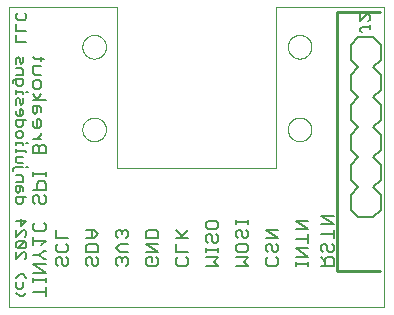
<source format=gbo>
G75*
%MOIN*%
%OFA0B0*%
%FSLAX25Y25*%
%IPPOS*%
%LPD*%
%AMOC8*
5,1,8,0,0,1.08239X$1,22.5*
%
%ADD10C,0.00000*%
%ADD11C,0.00800*%
%ADD12C,0.00600*%
%ADD13C,0.01000*%
D10*
X0001643Y0001500D02*
X0001643Y0101500D01*
X0037643Y0101500D01*
X0037643Y0048000D01*
X0090643Y0048000D01*
X0090643Y0101500D01*
X0126643Y0101500D01*
X0126643Y0001500D01*
X0001643Y0001500D01*
X0025956Y0060850D02*
X0025958Y0060975D01*
X0025964Y0061100D01*
X0025974Y0061224D01*
X0025988Y0061348D01*
X0026005Y0061472D01*
X0026027Y0061595D01*
X0026053Y0061717D01*
X0026082Y0061839D01*
X0026115Y0061959D01*
X0026153Y0062078D01*
X0026193Y0062197D01*
X0026238Y0062313D01*
X0026286Y0062428D01*
X0026338Y0062542D01*
X0026394Y0062654D01*
X0026453Y0062764D01*
X0026515Y0062872D01*
X0026581Y0062979D01*
X0026650Y0063083D01*
X0026723Y0063184D01*
X0026798Y0063284D01*
X0026877Y0063381D01*
X0026959Y0063475D01*
X0027044Y0063567D01*
X0027131Y0063656D01*
X0027222Y0063742D01*
X0027315Y0063825D01*
X0027411Y0063906D01*
X0027509Y0063983D01*
X0027609Y0064057D01*
X0027712Y0064128D01*
X0027817Y0064195D01*
X0027925Y0064260D01*
X0028034Y0064320D01*
X0028145Y0064378D01*
X0028258Y0064431D01*
X0028372Y0064481D01*
X0028488Y0064528D01*
X0028605Y0064570D01*
X0028724Y0064609D01*
X0028844Y0064645D01*
X0028965Y0064676D01*
X0029087Y0064704D01*
X0029209Y0064727D01*
X0029333Y0064747D01*
X0029457Y0064763D01*
X0029581Y0064775D01*
X0029706Y0064783D01*
X0029831Y0064787D01*
X0029955Y0064787D01*
X0030080Y0064783D01*
X0030205Y0064775D01*
X0030329Y0064763D01*
X0030453Y0064747D01*
X0030577Y0064727D01*
X0030699Y0064704D01*
X0030821Y0064676D01*
X0030942Y0064645D01*
X0031062Y0064609D01*
X0031181Y0064570D01*
X0031298Y0064528D01*
X0031414Y0064481D01*
X0031528Y0064431D01*
X0031641Y0064378D01*
X0031752Y0064320D01*
X0031862Y0064260D01*
X0031969Y0064195D01*
X0032074Y0064128D01*
X0032177Y0064057D01*
X0032277Y0063983D01*
X0032375Y0063906D01*
X0032471Y0063825D01*
X0032564Y0063742D01*
X0032655Y0063656D01*
X0032742Y0063567D01*
X0032827Y0063475D01*
X0032909Y0063381D01*
X0032988Y0063284D01*
X0033063Y0063184D01*
X0033136Y0063083D01*
X0033205Y0062979D01*
X0033271Y0062872D01*
X0033333Y0062764D01*
X0033392Y0062654D01*
X0033448Y0062542D01*
X0033500Y0062428D01*
X0033548Y0062313D01*
X0033593Y0062197D01*
X0033633Y0062078D01*
X0033671Y0061959D01*
X0033704Y0061839D01*
X0033733Y0061717D01*
X0033759Y0061595D01*
X0033781Y0061472D01*
X0033798Y0061348D01*
X0033812Y0061224D01*
X0033822Y0061100D01*
X0033828Y0060975D01*
X0033830Y0060850D01*
X0033828Y0060725D01*
X0033822Y0060600D01*
X0033812Y0060476D01*
X0033798Y0060352D01*
X0033781Y0060228D01*
X0033759Y0060105D01*
X0033733Y0059983D01*
X0033704Y0059861D01*
X0033671Y0059741D01*
X0033633Y0059622D01*
X0033593Y0059503D01*
X0033548Y0059387D01*
X0033500Y0059272D01*
X0033448Y0059158D01*
X0033392Y0059046D01*
X0033333Y0058936D01*
X0033271Y0058828D01*
X0033205Y0058721D01*
X0033136Y0058617D01*
X0033063Y0058516D01*
X0032988Y0058416D01*
X0032909Y0058319D01*
X0032827Y0058225D01*
X0032742Y0058133D01*
X0032655Y0058044D01*
X0032564Y0057958D01*
X0032471Y0057875D01*
X0032375Y0057794D01*
X0032277Y0057717D01*
X0032177Y0057643D01*
X0032074Y0057572D01*
X0031969Y0057505D01*
X0031861Y0057440D01*
X0031752Y0057380D01*
X0031641Y0057322D01*
X0031528Y0057269D01*
X0031414Y0057219D01*
X0031298Y0057172D01*
X0031181Y0057130D01*
X0031062Y0057091D01*
X0030942Y0057055D01*
X0030821Y0057024D01*
X0030699Y0056996D01*
X0030577Y0056973D01*
X0030453Y0056953D01*
X0030329Y0056937D01*
X0030205Y0056925D01*
X0030080Y0056917D01*
X0029955Y0056913D01*
X0029831Y0056913D01*
X0029706Y0056917D01*
X0029581Y0056925D01*
X0029457Y0056937D01*
X0029333Y0056953D01*
X0029209Y0056973D01*
X0029087Y0056996D01*
X0028965Y0057024D01*
X0028844Y0057055D01*
X0028724Y0057091D01*
X0028605Y0057130D01*
X0028488Y0057172D01*
X0028372Y0057219D01*
X0028258Y0057269D01*
X0028145Y0057322D01*
X0028034Y0057380D01*
X0027924Y0057440D01*
X0027817Y0057505D01*
X0027712Y0057572D01*
X0027609Y0057643D01*
X0027509Y0057717D01*
X0027411Y0057794D01*
X0027315Y0057875D01*
X0027222Y0057958D01*
X0027131Y0058044D01*
X0027044Y0058133D01*
X0026959Y0058225D01*
X0026877Y0058319D01*
X0026798Y0058416D01*
X0026723Y0058516D01*
X0026650Y0058617D01*
X0026581Y0058721D01*
X0026515Y0058828D01*
X0026453Y0058936D01*
X0026394Y0059046D01*
X0026338Y0059158D01*
X0026286Y0059272D01*
X0026238Y0059387D01*
X0026193Y0059503D01*
X0026153Y0059622D01*
X0026115Y0059741D01*
X0026082Y0059861D01*
X0026053Y0059983D01*
X0026027Y0060105D01*
X0026005Y0060228D01*
X0025988Y0060352D01*
X0025974Y0060476D01*
X0025964Y0060600D01*
X0025958Y0060725D01*
X0025956Y0060850D01*
X0025956Y0088410D02*
X0025958Y0088535D01*
X0025964Y0088660D01*
X0025974Y0088784D01*
X0025988Y0088908D01*
X0026005Y0089032D01*
X0026027Y0089155D01*
X0026053Y0089277D01*
X0026082Y0089399D01*
X0026115Y0089519D01*
X0026153Y0089638D01*
X0026193Y0089757D01*
X0026238Y0089873D01*
X0026286Y0089988D01*
X0026338Y0090102D01*
X0026394Y0090214D01*
X0026453Y0090324D01*
X0026515Y0090432D01*
X0026581Y0090539D01*
X0026650Y0090643D01*
X0026723Y0090744D01*
X0026798Y0090844D01*
X0026877Y0090941D01*
X0026959Y0091035D01*
X0027044Y0091127D01*
X0027131Y0091216D01*
X0027222Y0091302D01*
X0027315Y0091385D01*
X0027411Y0091466D01*
X0027509Y0091543D01*
X0027609Y0091617D01*
X0027712Y0091688D01*
X0027817Y0091755D01*
X0027925Y0091820D01*
X0028034Y0091880D01*
X0028145Y0091938D01*
X0028258Y0091991D01*
X0028372Y0092041D01*
X0028488Y0092088D01*
X0028605Y0092130D01*
X0028724Y0092169D01*
X0028844Y0092205D01*
X0028965Y0092236D01*
X0029087Y0092264D01*
X0029209Y0092287D01*
X0029333Y0092307D01*
X0029457Y0092323D01*
X0029581Y0092335D01*
X0029706Y0092343D01*
X0029831Y0092347D01*
X0029955Y0092347D01*
X0030080Y0092343D01*
X0030205Y0092335D01*
X0030329Y0092323D01*
X0030453Y0092307D01*
X0030577Y0092287D01*
X0030699Y0092264D01*
X0030821Y0092236D01*
X0030942Y0092205D01*
X0031062Y0092169D01*
X0031181Y0092130D01*
X0031298Y0092088D01*
X0031414Y0092041D01*
X0031528Y0091991D01*
X0031641Y0091938D01*
X0031752Y0091880D01*
X0031862Y0091820D01*
X0031969Y0091755D01*
X0032074Y0091688D01*
X0032177Y0091617D01*
X0032277Y0091543D01*
X0032375Y0091466D01*
X0032471Y0091385D01*
X0032564Y0091302D01*
X0032655Y0091216D01*
X0032742Y0091127D01*
X0032827Y0091035D01*
X0032909Y0090941D01*
X0032988Y0090844D01*
X0033063Y0090744D01*
X0033136Y0090643D01*
X0033205Y0090539D01*
X0033271Y0090432D01*
X0033333Y0090324D01*
X0033392Y0090214D01*
X0033448Y0090102D01*
X0033500Y0089988D01*
X0033548Y0089873D01*
X0033593Y0089757D01*
X0033633Y0089638D01*
X0033671Y0089519D01*
X0033704Y0089399D01*
X0033733Y0089277D01*
X0033759Y0089155D01*
X0033781Y0089032D01*
X0033798Y0088908D01*
X0033812Y0088784D01*
X0033822Y0088660D01*
X0033828Y0088535D01*
X0033830Y0088410D01*
X0033828Y0088285D01*
X0033822Y0088160D01*
X0033812Y0088036D01*
X0033798Y0087912D01*
X0033781Y0087788D01*
X0033759Y0087665D01*
X0033733Y0087543D01*
X0033704Y0087421D01*
X0033671Y0087301D01*
X0033633Y0087182D01*
X0033593Y0087063D01*
X0033548Y0086947D01*
X0033500Y0086832D01*
X0033448Y0086718D01*
X0033392Y0086606D01*
X0033333Y0086496D01*
X0033271Y0086388D01*
X0033205Y0086281D01*
X0033136Y0086177D01*
X0033063Y0086076D01*
X0032988Y0085976D01*
X0032909Y0085879D01*
X0032827Y0085785D01*
X0032742Y0085693D01*
X0032655Y0085604D01*
X0032564Y0085518D01*
X0032471Y0085435D01*
X0032375Y0085354D01*
X0032277Y0085277D01*
X0032177Y0085203D01*
X0032074Y0085132D01*
X0031969Y0085065D01*
X0031861Y0085000D01*
X0031752Y0084940D01*
X0031641Y0084882D01*
X0031528Y0084829D01*
X0031414Y0084779D01*
X0031298Y0084732D01*
X0031181Y0084690D01*
X0031062Y0084651D01*
X0030942Y0084615D01*
X0030821Y0084584D01*
X0030699Y0084556D01*
X0030577Y0084533D01*
X0030453Y0084513D01*
X0030329Y0084497D01*
X0030205Y0084485D01*
X0030080Y0084477D01*
X0029955Y0084473D01*
X0029831Y0084473D01*
X0029706Y0084477D01*
X0029581Y0084485D01*
X0029457Y0084497D01*
X0029333Y0084513D01*
X0029209Y0084533D01*
X0029087Y0084556D01*
X0028965Y0084584D01*
X0028844Y0084615D01*
X0028724Y0084651D01*
X0028605Y0084690D01*
X0028488Y0084732D01*
X0028372Y0084779D01*
X0028258Y0084829D01*
X0028145Y0084882D01*
X0028034Y0084940D01*
X0027924Y0085000D01*
X0027817Y0085065D01*
X0027712Y0085132D01*
X0027609Y0085203D01*
X0027509Y0085277D01*
X0027411Y0085354D01*
X0027315Y0085435D01*
X0027222Y0085518D01*
X0027131Y0085604D01*
X0027044Y0085693D01*
X0026959Y0085785D01*
X0026877Y0085879D01*
X0026798Y0085976D01*
X0026723Y0086076D01*
X0026650Y0086177D01*
X0026581Y0086281D01*
X0026515Y0086388D01*
X0026453Y0086496D01*
X0026394Y0086606D01*
X0026338Y0086718D01*
X0026286Y0086832D01*
X0026238Y0086947D01*
X0026193Y0087063D01*
X0026153Y0087182D01*
X0026115Y0087301D01*
X0026082Y0087421D01*
X0026053Y0087543D01*
X0026027Y0087665D01*
X0026005Y0087788D01*
X0025988Y0087912D01*
X0025974Y0088036D01*
X0025964Y0088160D01*
X0025958Y0088285D01*
X0025956Y0088410D01*
X0094456Y0088410D02*
X0094458Y0088535D01*
X0094464Y0088660D01*
X0094474Y0088784D01*
X0094488Y0088908D01*
X0094505Y0089032D01*
X0094527Y0089155D01*
X0094553Y0089277D01*
X0094582Y0089399D01*
X0094615Y0089519D01*
X0094653Y0089638D01*
X0094693Y0089757D01*
X0094738Y0089873D01*
X0094786Y0089988D01*
X0094838Y0090102D01*
X0094894Y0090214D01*
X0094953Y0090324D01*
X0095015Y0090432D01*
X0095081Y0090539D01*
X0095150Y0090643D01*
X0095223Y0090744D01*
X0095298Y0090844D01*
X0095377Y0090941D01*
X0095459Y0091035D01*
X0095544Y0091127D01*
X0095631Y0091216D01*
X0095722Y0091302D01*
X0095815Y0091385D01*
X0095911Y0091466D01*
X0096009Y0091543D01*
X0096109Y0091617D01*
X0096212Y0091688D01*
X0096317Y0091755D01*
X0096425Y0091820D01*
X0096534Y0091880D01*
X0096645Y0091938D01*
X0096758Y0091991D01*
X0096872Y0092041D01*
X0096988Y0092088D01*
X0097105Y0092130D01*
X0097224Y0092169D01*
X0097344Y0092205D01*
X0097465Y0092236D01*
X0097587Y0092264D01*
X0097709Y0092287D01*
X0097833Y0092307D01*
X0097957Y0092323D01*
X0098081Y0092335D01*
X0098206Y0092343D01*
X0098331Y0092347D01*
X0098455Y0092347D01*
X0098580Y0092343D01*
X0098705Y0092335D01*
X0098829Y0092323D01*
X0098953Y0092307D01*
X0099077Y0092287D01*
X0099199Y0092264D01*
X0099321Y0092236D01*
X0099442Y0092205D01*
X0099562Y0092169D01*
X0099681Y0092130D01*
X0099798Y0092088D01*
X0099914Y0092041D01*
X0100028Y0091991D01*
X0100141Y0091938D01*
X0100252Y0091880D01*
X0100362Y0091820D01*
X0100469Y0091755D01*
X0100574Y0091688D01*
X0100677Y0091617D01*
X0100777Y0091543D01*
X0100875Y0091466D01*
X0100971Y0091385D01*
X0101064Y0091302D01*
X0101155Y0091216D01*
X0101242Y0091127D01*
X0101327Y0091035D01*
X0101409Y0090941D01*
X0101488Y0090844D01*
X0101563Y0090744D01*
X0101636Y0090643D01*
X0101705Y0090539D01*
X0101771Y0090432D01*
X0101833Y0090324D01*
X0101892Y0090214D01*
X0101948Y0090102D01*
X0102000Y0089988D01*
X0102048Y0089873D01*
X0102093Y0089757D01*
X0102133Y0089638D01*
X0102171Y0089519D01*
X0102204Y0089399D01*
X0102233Y0089277D01*
X0102259Y0089155D01*
X0102281Y0089032D01*
X0102298Y0088908D01*
X0102312Y0088784D01*
X0102322Y0088660D01*
X0102328Y0088535D01*
X0102330Y0088410D01*
X0102328Y0088285D01*
X0102322Y0088160D01*
X0102312Y0088036D01*
X0102298Y0087912D01*
X0102281Y0087788D01*
X0102259Y0087665D01*
X0102233Y0087543D01*
X0102204Y0087421D01*
X0102171Y0087301D01*
X0102133Y0087182D01*
X0102093Y0087063D01*
X0102048Y0086947D01*
X0102000Y0086832D01*
X0101948Y0086718D01*
X0101892Y0086606D01*
X0101833Y0086496D01*
X0101771Y0086388D01*
X0101705Y0086281D01*
X0101636Y0086177D01*
X0101563Y0086076D01*
X0101488Y0085976D01*
X0101409Y0085879D01*
X0101327Y0085785D01*
X0101242Y0085693D01*
X0101155Y0085604D01*
X0101064Y0085518D01*
X0100971Y0085435D01*
X0100875Y0085354D01*
X0100777Y0085277D01*
X0100677Y0085203D01*
X0100574Y0085132D01*
X0100469Y0085065D01*
X0100361Y0085000D01*
X0100252Y0084940D01*
X0100141Y0084882D01*
X0100028Y0084829D01*
X0099914Y0084779D01*
X0099798Y0084732D01*
X0099681Y0084690D01*
X0099562Y0084651D01*
X0099442Y0084615D01*
X0099321Y0084584D01*
X0099199Y0084556D01*
X0099077Y0084533D01*
X0098953Y0084513D01*
X0098829Y0084497D01*
X0098705Y0084485D01*
X0098580Y0084477D01*
X0098455Y0084473D01*
X0098331Y0084473D01*
X0098206Y0084477D01*
X0098081Y0084485D01*
X0097957Y0084497D01*
X0097833Y0084513D01*
X0097709Y0084533D01*
X0097587Y0084556D01*
X0097465Y0084584D01*
X0097344Y0084615D01*
X0097224Y0084651D01*
X0097105Y0084690D01*
X0096988Y0084732D01*
X0096872Y0084779D01*
X0096758Y0084829D01*
X0096645Y0084882D01*
X0096534Y0084940D01*
X0096424Y0085000D01*
X0096317Y0085065D01*
X0096212Y0085132D01*
X0096109Y0085203D01*
X0096009Y0085277D01*
X0095911Y0085354D01*
X0095815Y0085435D01*
X0095722Y0085518D01*
X0095631Y0085604D01*
X0095544Y0085693D01*
X0095459Y0085785D01*
X0095377Y0085879D01*
X0095298Y0085976D01*
X0095223Y0086076D01*
X0095150Y0086177D01*
X0095081Y0086281D01*
X0095015Y0086388D01*
X0094953Y0086496D01*
X0094894Y0086606D01*
X0094838Y0086718D01*
X0094786Y0086832D01*
X0094738Y0086947D01*
X0094693Y0087063D01*
X0094653Y0087182D01*
X0094615Y0087301D01*
X0094582Y0087421D01*
X0094553Y0087543D01*
X0094527Y0087665D01*
X0094505Y0087788D01*
X0094488Y0087912D01*
X0094474Y0088036D01*
X0094464Y0088160D01*
X0094458Y0088285D01*
X0094456Y0088410D01*
X0094456Y0060850D02*
X0094458Y0060975D01*
X0094464Y0061100D01*
X0094474Y0061224D01*
X0094488Y0061348D01*
X0094505Y0061472D01*
X0094527Y0061595D01*
X0094553Y0061717D01*
X0094582Y0061839D01*
X0094615Y0061959D01*
X0094653Y0062078D01*
X0094693Y0062197D01*
X0094738Y0062313D01*
X0094786Y0062428D01*
X0094838Y0062542D01*
X0094894Y0062654D01*
X0094953Y0062764D01*
X0095015Y0062872D01*
X0095081Y0062979D01*
X0095150Y0063083D01*
X0095223Y0063184D01*
X0095298Y0063284D01*
X0095377Y0063381D01*
X0095459Y0063475D01*
X0095544Y0063567D01*
X0095631Y0063656D01*
X0095722Y0063742D01*
X0095815Y0063825D01*
X0095911Y0063906D01*
X0096009Y0063983D01*
X0096109Y0064057D01*
X0096212Y0064128D01*
X0096317Y0064195D01*
X0096425Y0064260D01*
X0096534Y0064320D01*
X0096645Y0064378D01*
X0096758Y0064431D01*
X0096872Y0064481D01*
X0096988Y0064528D01*
X0097105Y0064570D01*
X0097224Y0064609D01*
X0097344Y0064645D01*
X0097465Y0064676D01*
X0097587Y0064704D01*
X0097709Y0064727D01*
X0097833Y0064747D01*
X0097957Y0064763D01*
X0098081Y0064775D01*
X0098206Y0064783D01*
X0098331Y0064787D01*
X0098455Y0064787D01*
X0098580Y0064783D01*
X0098705Y0064775D01*
X0098829Y0064763D01*
X0098953Y0064747D01*
X0099077Y0064727D01*
X0099199Y0064704D01*
X0099321Y0064676D01*
X0099442Y0064645D01*
X0099562Y0064609D01*
X0099681Y0064570D01*
X0099798Y0064528D01*
X0099914Y0064481D01*
X0100028Y0064431D01*
X0100141Y0064378D01*
X0100252Y0064320D01*
X0100362Y0064260D01*
X0100469Y0064195D01*
X0100574Y0064128D01*
X0100677Y0064057D01*
X0100777Y0063983D01*
X0100875Y0063906D01*
X0100971Y0063825D01*
X0101064Y0063742D01*
X0101155Y0063656D01*
X0101242Y0063567D01*
X0101327Y0063475D01*
X0101409Y0063381D01*
X0101488Y0063284D01*
X0101563Y0063184D01*
X0101636Y0063083D01*
X0101705Y0062979D01*
X0101771Y0062872D01*
X0101833Y0062764D01*
X0101892Y0062654D01*
X0101948Y0062542D01*
X0102000Y0062428D01*
X0102048Y0062313D01*
X0102093Y0062197D01*
X0102133Y0062078D01*
X0102171Y0061959D01*
X0102204Y0061839D01*
X0102233Y0061717D01*
X0102259Y0061595D01*
X0102281Y0061472D01*
X0102298Y0061348D01*
X0102312Y0061224D01*
X0102322Y0061100D01*
X0102328Y0060975D01*
X0102330Y0060850D01*
X0102328Y0060725D01*
X0102322Y0060600D01*
X0102312Y0060476D01*
X0102298Y0060352D01*
X0102281Y0060228D01*
X0102259Y0060105D01*
X0102233Y0059983D01*
X0102204Y0059861D01*
X0102171Y0059741D01*
X0102133Y0059622D01*
X0102093Y0059503D01*
X0102048Y0059387D01*
X0102000Y0059272D01*
X0101948Y0059158D01*
X0101892Y0059046D01*
X0101833Y0058936D01*
X0101771Y0058828D01*
X0101705Y0058721D01*
X0101636Y0058617D01*
X0101563Y0058516D01*
X0101488Y0058416D01*
X0101409Y0058319D01*
X0101327Y0058225D01*
X0101242Y0058133D01*
X0101155Y0058044D01*
X0101064Y0057958D01*
X0100971Y0057875D01*
X0100875Y0057794D01*
X0100777Y0057717D01*
X0100677Y0057643D01*
X0100574Y0057572D01*
X0100469Y0057505D01*
X0100361Y0057440D01*
X0100252Y0057380D01*
X0100141Y0057322D01*
X0100028Y0057269D01*
X0099914Y0057219D01*
X0099798Y0057172D01*
X0099681Y0057130D01*
X0099562Y0057091D01*
X0099442Y0057055D01*
X0099321Y0057024D01*
X0099199Y0056996D01*
X0099077Y0056973D01*
X0098953Y0056953D01*
X0098829Y0056937D01*
X0098705Y0056925D01*
X0098580Y0056917D01*
X0098455Y0056913D01*
X0098331Y0056913D01*
X0098206Y0056917D01*
X0098081Y0056925D01*
X0097957Y0056937D01*
X0097833Y0056953D01*
X0097709Y0056973D01*
X0097587Y0056996D01*
X0097465Y0057024D01*
X0097344Y0057055D01*
X0097224Y0057091D01*
X0097105Y0057130D01*
X0096988Y0057172D01*
X0096872Y0057219D01*
X0096758Y0057269D01*
X0096645Y0057322D01*
X0096534Y0057380D01*
X0096424Y0057440D01*
X0096317Y0057505D01*
X0096212Y0057572D01*
X0096109Y0057643D01*
X0096009Y0057717D01*
X0095911Y0057794D01*
X0095815Y0057875D01*
X0095722Y0057958D01*
X0095631Y0058044D01*
X0095544Y0058133D01*
X0095459Y0058225D01*
X0095377Y0058319D01*
X0095298Y0058416D01*
X0095223Y0058516D01*
X0095150Y0058617D01*
X0095081Y0058721D01*
X0095015Y0058828D01*
X0094953Y0058936D01*
X0094894Y0059046D01*
X0094838Y0059158D01*
X0094786Y0059272D01*
X0094738Y0059387D01*
X0094693Y0059503D01*
X0094653Y0059622D01*
X0094615Y0059741D01*
X0094582Y0059861D01*
X0094553Y0059983D01*
X0094527Y0060105D01*
X0094505Y0060228D01*
X0094488Y0060352D01*
X0094474Y0060476D01*
X0094464Y0060600D01*
X0094458Y0060725D01*
X0094456Y0060850D01*
D11*
X0115393Y0059000D02*
X0115393Y0054000D01*
X0117893Y0051500D01*
X0115393Y0049000D01*
X0115393Y0044000D01*
X0117893Y0041500D01*
X0115393Y0039000D01*
X0115393Y0034000D01*
X0117893Y0031500D01*
X0122893Y0031500D01*
X0125393Y0034000D01*
X0125393Y0039000D01*
X0122893Y0041500D01*
X0125393Y0044000D01*
X0125393Y0049000D01*
X0122893Y0051500D01*
X0125393Y0054000D01*
X0125393Y0059000D01*
X0122893Y0061500D01*
X0125393Y0064000D01*
X0125393Y0069000D01*
X0122893Y0071500D01*
X0125393Y0074000D01*
X0125393Y0079000D01*
X0122893Y0081500D01*
X0125393Y0084000D01*
X0125393Y0089000D01*
X0122893Y0091500D01*
X0117893Y0091500D01*
X0115393Y0089000D01*
X0115393Y0084000D01*
X0117893Y0081500D01*
X0115393Y0079000D01*
X0115393Y0074000D01*
X0117893Y0071500D01*
X0115393Y0069000D01*
X0115393Y0064000D01*
X0117893Y0061500D01*
X0115393Y0059000D01*
X0109747Y0032014D02*
X0105543Y0032014D01*
X0109747Y0029212D01*
X0105543Y0029212D01*
X0105543Y0026009D02*
X0109747Y0026009D01*
X0109747Y0024608D02*
X0109747Y0027410D01*
X0109046Y0022806D02*
X0109747Y0022106D01*
X0109747Y0020705D01*
X0109046Y0020004D01*
X0108346Y0020004D01*
X0107645Y0020705D01*
X0107645Y0022106D01*
X0106944Y0022806D01*
X0106244Y0022806D01*
X0105543Y0022106D01*
X0105543Y0020705D01*
X0106244Y0020004D01*
X0105543Y0018202D02*
X0106944Y0016801D01*
X0106944Y0017502D02*
X0106944Y0015400D01*
X0105543Y0015400D02*
X0109747Y0015400D01*
X0109747Y0017502D01*
X0109046Y0018202D01*
X0107645Y0018202D01*
X0106944Y0017502D01*
X0101247Y0016801D02*
X0101247Y0015400D01*
X0101247Y0016101D02*
X0097043Y0016101D01*
X0097043Y0016801D02*
X0097043Y0015400D01*
X0097043Y0018469D02*
X0101247Y0018469D01*
X0097043Y0021272D01*
X0101247Y0021272D01*
X0101247Y0023073D02*
X0101247Y0025876D01*
X0101247Y0027677D02*
X0097043Y0030480D01*
X0101247Y0030480D01*
X0101247Y0027677D02*
X0097043Y0027677D01*
X0097043Y0024474D02*
X0101247Y0024474D01*
X0091247Y0024608D02*
X0087043Y0027410D01*
X0091247Y0027410D01*
X0091247Y0024608D02*
X0087043Y0024608D01*
X0087744Y0022806D02*
X0087043Y0022106D01*
X0087043Y0020705D01*
X0087744Y0020004D01*
X0089145Y0020705D02*
X0089145Y0022106D01*
X0088444Y0022806D01*
X0087744Y0022806D01*
X0089145Y0020705D02*
X0089846Y0020004D01*
X0090546Y0020004D01*
X0091247Y0020705D01*
X0091247Y0022106D01*
X0090546Y0022806D01*
X0090546Y0018202D02*
X0091247Y0017502D01*
X0091247Y0016101D01*
X0090546Y0015400D01*
X0087744Y0015400D01*
X0087043Y0016101D01*
X0087043Y0017502D01*
X0087744Y0018202D01*
X0081247Y0018202D02*
X0077043Y0018202D01*
X0077744Y0020004D02*
X0077043Y0020705D01*
X0077043Y0022106D01*
X0077744Y0022806D01*
X0080546Y0022806D01*
X0081247Y0022106D01*
X0081247Y0020705D01*
X0080546Y0020004D01*
X0077744Y0020004D01*
X0079846Y0016801D02*
X0081247Y0018202D01*
X0079846Y0016801D02*
X0081247Y0015400D01*
X0077043Y0015400D01*
X0071247Y0015400D02*
X0069846Y0016801D01*
X0071247Y0018202D01*
X0067043Y0018202D01*
X0067043Y0020004D02*
X0067043Y0021405D01*
X0067043Y0020705D02*
X0071247Y0020705D01*
X0071247Y0021405D02*
X0071247Y0020004D01*
X0070546Y0023073D02*
X0069846Y0023073D01*
X0069145Y0023774D01*
X0069145Y0025175D01*
X0068444Y0025876D01*
X0067744Y0025876D01*
X0067043Y0025175D01*
X0067043Y0023774D01*
X0067744Y0023073D01*
X0070546Y0023073D02*
X0071247Y0023774D01*
X0071247Y0025175D01*
X0070546Y0025876D01*
X0070546Y0027677D02*
X0067744Y0027677D01*
X0067043Y0028378D01*
X0067043Y0029779D01*
X0067744Y0030480D01*
X0070546Y0030480D01*
X0071247Y0029779D01*
X0071247Y0028378D01*
X0070546Y0027677D01*
X0077043Y0026710D02*
X0077043Y0025308D01*
X0077744Y0024608D01*
X0079145Y0025308D02*
X0079145Y0026710D01*
X0078444Y0027410D01*
X0077744Y0027410D01*
X0077043Y0026710D01*
X0079145Y0025308D02*
X0079846Y0024608D01*
X0080546Y0024608D01*
X0081247Y0025308D01*
X0081247Y0026710D01*
X0080546Y0027410D01*
X0081247Y0029212D02*
X0081247Y0030613D01*
X0081247Y0029912D02*
X0077043Y0029912D01*
X0077043Y0029212D02*
X0077043Y0030613D01*
X0061247Y0027410D02*
X0058444Y0024608D01*
X0059145Y0025308D02*
X0057043Y0027410D01*
X0057043Y0024608D02*
X0061247Y0024608D01*
X0057043Y0022806D02*
X0057043Y0020004D01*
X0061247Y0020004D01*
X0060546Y0018202D02*
X0061247Y0017502D01*
X0061247Y0016101D01*
X0060546Y0015400D01*
X0057744Y0015400D01*
X0057043Y0016101D01*
X0057043Y0017502D01*
X0057744Y0018202D01*
X0051247Y0017502D02*
X0051247Y0016101D01*
X0050546Y0015400D01*
X0047744Y0015400D01*
X0047043Y0016101D01*
X0047043Y0017502D01*
X0047744Y0018202D01*
X0049145Y0018202D01*
X0049145Y0016801D01*
X0050546Y0018202D02*
X0051247Y0017502D01*
X0051247Y0020004D02*
X0047043Y0020004D01*
X0047043Y0022806D02*
X0051247Y0022806D01*
X0051247Y0024608D02*
X0051247Y0026710D01*
X0050546Y0027410D01*
X0047744Y0027410D01*
X0047043Y0026710D01*
X0047043Y0024608D01*
X0051247Y0024608D01*
X0047043Y0022806D02*
X0051247Y0020004D01*
X0041247Y0020004D02*
X0038444Y0020004D01*
X0037043Y0021405D01*
X0038444Y0022806D01*
X0041247Y0022806D01*
X0040546Y0024608D02*
X0041247Y0025308D01*
X0041247Y0026710D01*
X0040546Y0027410D01*
X0039846Y0027410D01*
X0039145Y0026710D01*
X0038444Y0027410D01*
X0037744Y0027410D01*
X0037043Y0026710D01*
X0037043Y0025308D01*
X0037744Y0024608D01*
X0039145Y0026009D02*
X0039145Y0026710D01*
X0031247Y0026009D02*
X0029846Y0027410D01*
X0027043Y0027410D01*
X0029145Y0027410D02*
X0029145Y0024608D01*
X0029846Y0024608D02*
X0027043Y0024608D01*
X0027744Y0022806D02*
X0030546Y0022806D01*
X0031247Y0022106D01*
X0031247Y0020004D01*
X0027043Y0020004D01*
X0027043Y0022106D01*
X0027744Y0022806D01*
X0029846Y0024608D02*
X0031247Y0026009D01*
X0030546Y0018202D02*
X0031247Y0017502D01*
X0031247Y0016101D01*
X0030546Y0015400D01*
X0029846Y0015400D01*
X0029145Y0016101D01*
X0029145Y0017502D01*
X0028444Y0018202D01*
X0027744Y0018202D01*
X0027043Y0017502D01*
X0027043Y0016101D01*
X0027744Y0015400D01*
X0021247Y0016101D02*
X0020546Y0015400D01*
X0019846Y0015400D01*
X0019145Y0016101D01*
X0019145Y0017502D01*
X0018444Y0018202D01*
X0017744Y0018202D01*
X0017043Y0017502D01*
X0017043Y0016101D01*
X0017744Y0015400D01*
X0021247Y0016101D02*
X0021247Y0017502D01*
X0020546Y0018202D01*
X0020546Y0020004D02*
X0017744Y0020004D01*
X0017043Y0020705D01*
X0017043Y0022106D01*
X0017744Y0022806D01*
X0017043Y0024608D02*
X0017043Y0027410D01*
X0017043Y0024608D02*
X0021247Y0024608D01*
X0020546Y0022806D02*
X0021247Y0022106D01*
X0021247Y0020705D01*
X0020546Y0020004D01*
X0013747Y0020480D02*
X0013046Y0020480D01*
X0011645Y0019078D01*
X0009543Y0019078D01*
X0011645Y0019078D02*
X0013046Y0017677D01*
X0013747Y0017677D01*
X0013747Y0015876D02*
X0009543Y0015876D01*
X0013747Y0013073D01*
X0009543Y0013073D01*
X0009543Y0011405D02*
X0009543Y0010004D01*
X0009543Y0010705D02*
X0013747Y0010705D01*
X0013747Y0011405D02*
X0013747Y0010004D01*
X0013747Y0008202D02*
X0013747Y0005400D01*
X0013747Y0006801D02*
X0009543Y0006801D01*
X0009543Y0022281D02*
X0009543Y0025083D01*
X0009543Y0023682D02*
X0013747Y0023682D01*
X0012346Y0022281D01*
X0013046Y0026885D02*
X0010244Y0026885D01*
X0009543Y0027586D01*
X0009543Y0028987D01*
X0010244Y0029687D01*
X0013046Y0029687D02*
X0013747Y0028987D01*
X0013747Y0027586D01*
X0013046Y0026885D01*
X0013046Y0036093D02*
X0012346Y0036093D01*
X0011645Y0036793D01*
X0011645Y0038195D01*
X0010944Y0038895D01*
X0010244Y0038895D01*
X0009543Y0038195D01*
X0009543Y0036793D01*
X0010244Y0036093D01*
X0013046Y0036093D02*
X0013747Y0036793D01*
X0013747Y0038195D01*
X0013046Y0038895D01*
X0013747Y0040697D02*
X0013747Y0042799D01*
X0013046Y0043499D01*
X0011645Y0043499D01*
X0010944Y0042799D01*
X0010944Y0040697D01*
X0009543Y0040697D02*
X0013747Y0040697D01*
X0013747Y0045301D02*
X0013747Y0046702D01*
X0013747Y0046001D02*
X0009543Y0046001D01*
X0009543Y0045301D02*
X0009543Y0046702D01*
X0009543Y0052974D02*
X0009543Y0055076D01*
X0010244Y0055776D01*
X0010944Y0055776D01*
X0011645Y0055076D01*
X0011645Y0052974D01*
X0009543Y0052974D02*
X0013747Y0052974D01*
X0013747Y0055076D01*
X0013046Y0055776D01*
X0012346Y0055776D01*
X0011645Y0055076D01*
X0010944Y0057578D02*
X0012346Y0058979D01*
X0012346Y0059680D01*
X0011645Y0061414D02*
X0010244Y0061414D01*
X0009543Y0062115D01*
X0009543Y0063516D01*
X0010944Y0064217D02*
X0010944Y0061414D01*
X0011645Y0061414D02*
X0012346Y0062115D01*
X0012346Y0063516D01*
X0011645Y0064217D01*
X0010944Y0064217D01*
X0010244Y0066018D02*
X0010944Y0066719D01*
X0010944Y0068821D01*
X0011645Y0068821D02*
X0012346Y0068120D01*
X0012346Y0066719D01*
X0011645Y0068821D02*
X0009543Y0068821D01*
X0009543Y0066719D01*
X0010244Y0066018D01*
X0010944Y0070622D02*
X0012346Y0072724D01*
X0011645Y0074459D02*
X0010244Y0074459D01*
X0009543Y0075159D01*
X0009543Y0076561D01*
X0010244Y0077261D01*
X0011645Y0077261D01*
X0012346Y0076561D01*
X0012346Y0075159D01*
X0011645Y0074459D01*
X0009543Y0072724D02*
X0010944Y0070622D01*
X0009543Y0070622D02*
X0013747Y0070622D01*
X0012346Y0079063D02*
X0010244Y0079063D01*
X0009543Y0079763D01*
X0009543Y0081865D01*
X0012346Y0081865D01*
X0012346Y0083667D02*
X0012346Y0085068D01*
X0013046Y0084367D02*
X0010244Y0084367D01*
X0009543Y0085068D01*
X0009543Y0057578D02*
X0012346Y0057578D01*
X0037744Y0018202D02*
X0037043Y0017502D01*
X0037043Y0016101D01*
X0037744Y0015400D01*
X0039145Y0016801D02*
X0039145Y0017502D01*
X0038444Y0018202D01*
X0037744Y0018202D01*
X0039145Y0017502D02*
X0039846Y0018202D01*
X0040546Y0018202D01*
X0041247Y0017502D01*
X0041247Y0016101D01*
X0040546Y0015400D01*
X0067043Y0015400D02*
X0071247Y0015400D01*
D12*
X0007913Y0048177D02*
X0007346Y0048177D01*
X0006212Y0048177D02*
X0003376Y0048177D01*
X0002809Y0047609D01*
X0002809Y0047042D01*
X0003943Y0045628D02*
X0005645Y0045628D01*
X0006212Y0045061D01*
X0006212Y0043359D01*
X0003943Y0043359D01*
X0003943Y0041945D02*
X0003943Y0040243D01*
X0004510Y0039676D01*
X0005078Y0040243D01*
X0005078Y0041945D01*
X0005645Y0041945D02*
X0003943Y0041945D01*
X0005645Y0041945D02*
X0006212Y0041377D01*
X0006212Y0040243D01*
X0006212Y0038261D02*
X0006212Y0036560D01*
X0005645Y0035993D01*
X0004510Y0035993D01*
X0003943Y0036560D01*
X0003943Y0038261D01*
X0007346Y0038261D01*
X0005645Y0030895D02*
X0005645Y0028627D01*
X0007346Y0030328D01*
X0003943Y0030328D01*
X0003943Y0027212D02*
X0003943Y0024943D01*
X0006212Y0027212D01*
X0006779Y0027212D01*
X0007346Y0026645D01*
X0007346Y0025511D01*
X0006779Y0024943D01*
X0006779Y0023529D02*
X0004510Y0023529D01*
X0003943Y0022962D01*
X0003943Y0021827D01*
X0004510Y0021260D01*
X0006779Y0023529D01*
X0007346Y0022962D01*
X0007346Y0021827D01*
X0006779Y0021260D01*
X0004510Y0021260D01*
X0003943Y0019846D02*
X0003943Y0017577D01*
X0006212Y0019846D01*
X0006779Y0019846D01*
X0007346Y0019279D01*
X0007346Y0018144D01*
X0006779Y0017577D01*
X0006212Y0012573D02*
X0005078Y0012573D01*
X0003943Y0011439D01*
X0006212Y0012573D02*
X0007346Y0011439D01*
X0006212Y0010024D02*
X0006212Y0008323D01*
X0005645Y0007755D01*
X0004510Y0007755D01*
X0003943Y0008323D01*
X0003943Y0010024D01*
X0003943Y0006434D02*
X0005078Y0005300D01*
X0006212Y0005300D01*
X0007346Y0006434D01*
X0006212Y0049498D02*
X0004510Y0049498D01*
X0003943Y0050065D01*
X0003943Y0051766D01*
X0006212Y0051766D01*
X0007346Y0053181D02*
X0007346Y0053748D01*
X0003943Y0053748D01*
X0003943Y0053181D02*
X0003943Y0054315D01*
X0003943Y0055636D02*
X0003943Y0056771D01*
X0003943Y0056203D02*
X0006212Y0056203D01*
X0006212Y0055636D01*
X0007346Y0056203D02*
X0007913Y0056203D01*
X0005645Y0058092D02*
X0004510Y0058092D01*
X0003943Y0058659D01*
X0003943Y0059793D01*
X0004510Y0060360D01*
X0005645Y0060360D01*
X0006212Y0059793D01*
X0006212Y0058659D01*
X0005645Y0058092D01*
X0005645Y0061775D02*
X0004510Y0061775D01*
X0003943Y0062342D01*
X0003943Y0064043D01*
X0007346Y0064043D01*
X0006212Y0064043D02*
X0006212Y0062342D01*
X0005645Y0061775D01*
X0005645Y0065458D02*
X0004510Y0065458D01*
X0003943Y0066025D01*
X0003943Y0067159D01*
X0005078Y0067727D02*
X0005078Y0065458D01*
X0005645Y0065458D02*
X0006212Y0066025D01*
X0006212Y0067159D01*
X0005645Y0067727D01*
X0005078Y0067727D01*
X0005645Y0069141D02*
X0006212Y0069708D01*
X0006212Y0071410D01*
X0005078Y0070843D02*
X0005078Y0069708D01*
X0005645Y0069141D01*
X0003943Y0069141D02*
X0003943Y0070843D01*
X0004510Y0071410D01*
X0005078Y0070843D01*
X0006212Y0072824D02*
X0006212Y0073391D01*
X0003943Y0073391D01*
X0003943Y0072824D02*
X0003943Y0073959D01*
X0004510Y0075280D02*
X0003943Y0075847D01*
X0003943Y0077548D01*
X0003376Y0077548D02*
X0002809Y0076981D01*
X0002809Y0076414D01*
X0004510Y0075280D02*
X0005645Y0075280D01*
X0006212Y0075847D01*
X0006212Y0077548D01*
X0003376Y0077548D01*
X0003943Y0078963D02*
X0006212Y0078963D01*
X0006212Y0080664D01*
X0005645Y0081231D01*
X0003943Y0081231D01*
X0003943Y0082646D02*
X0003943Y0084347D01*
X0004510Y0084915D01*
X0005078Y0084347D01*
X0005078Y0083213D01*
X0005645Y0082646D01*
X0006212Y0083213D01*
X0006212Y0084915D01*
X0007346Y0090012D02*
X0003943Y0090012D01*
X0003943Y0092281D01*
X0003943Y0093695D02*
X0003943Y0095964D01*
X0004510Y0097379D02*
X0003943Y0097946D01*
X0003943Y0099080D01*
X0004510Y0099647D01*
X0004510Y0097379D02*
X0006779Y0097379D01*
X0007346Y0097946D01*
X0007346Y0099080D01*
X0006779Y0099647D01*
X0007346Y0093695D02*
X0003943Y0093695D01*
X0007346Y0073391D02*
X0007913Y0073391D01*
X0118493Y0093801D02*
X0118493Y0094368D01*
X0119060Y0094935D01*
X0121896Y0094935D01*
X0121896Y0094368D02*
X0121896Y0095502D01*
X0121329Y0096917D02*
X0121896Y0097484D01*
X0121896Y0098618D01*
X0121329Y0099185D01*
X0120762Y0099185D01*
X0118493Y0096917D01*
X0118493Y0099185D01*
X0118493Y0093801D02*
X0119060Y0093234D01*
D13*
X0125143Y0100000D02*
X0110893Y0100000D01*
X0110893Y0013750D01*
X0110893Y0013500D02*
X0125143Y0013500D01*
M02*

</source>
